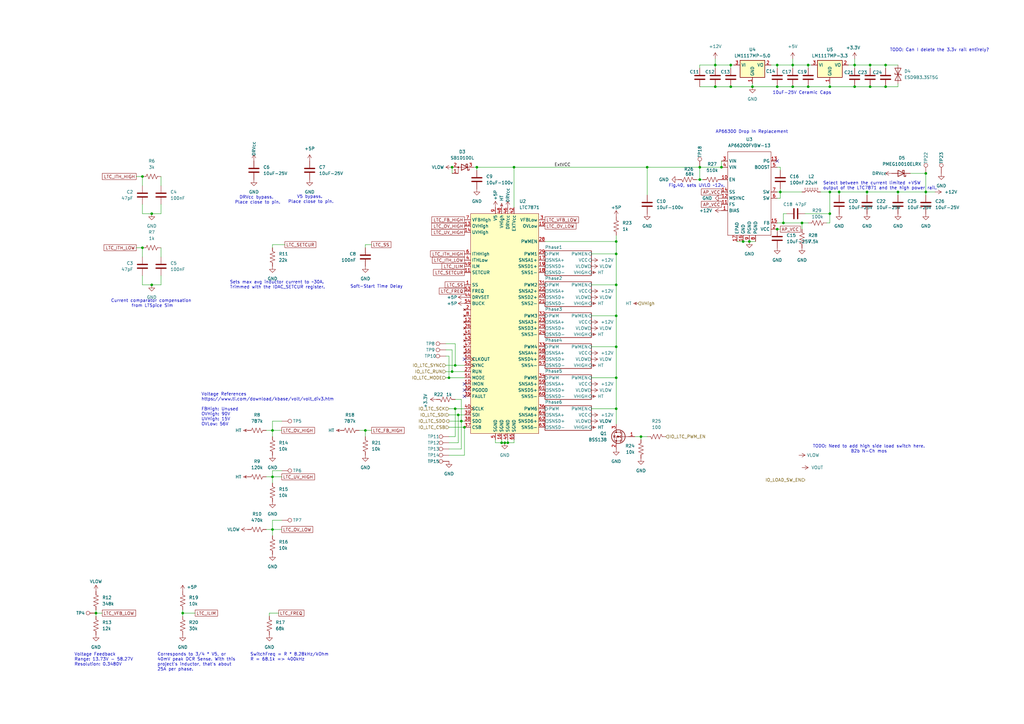
<source format=kicad_sch>
(kicad_sch (version 20231120) (generator "eeschema") (generator_version "8.0")
  (paper "A3")
  (junction (at 62.23 116.84))
  (junction (at 265.43 68.58))
  (junction (at 111.76 195.58))
  (junction (at 74.93 251.46))
  (junction (at 340.36 35.56))
  (junction (at 379.73 71.12))
  (junction (at 295.91 68.58))
  (junction (at 331.47 35.56))
  (junction (at 252.73 129.54))
  (junction (at 318.77 26.67))
  (junction (at 350.52 35.56))
  (junction (at 252.73 104.14))
  (junction (at 195.58 68.58))
  (junction (at 187.96 170.18))
  (junction (at 186.69 149.86))
  (junction (at 355.6 78.74))
  (junction (at 287.02 73.66))
  (junction (at 321.31 91.44))
  (junction (at 58.42 72.39))
  (junction (at 149.86 176.53))
  (junction (at 185.42 68.58))
  (junction (at 308.61 35.56))
  (junction (at 293.37 35.56))
  (junction (at 262.89 179.07))
  (junction (at 356.87 35.56))
  (junction (at 252.73 99.06))
  (junction (at 344.17 78.74))
  (junction (at 207.01 181.61))
  (junction (at 62.23 87.63))
  (junction (at 318.77 35.56))
  (junction (at 185.42 152.4))
  (junction (at 58.42 101.6))
  (junction (at 287.02 68.58))
  (junction (at 363.22 26.67))
  (junction (at 325.12 26.67))
  (junction (at 328.93 91.44))
  (junction (at 190.5 175.26))
  (junction (at 189.23 172.72))
  (junction (at 208.28 181.61))
  (junction (at 186.69 167.64))
  (junction (at 252.73 154.94))
  (junction (at 205.74 181.61))
  (junction (at 252.73 142.24))
  (junction (at 252.73 116.84))
  (junction (at 363.22 35.56))
  (junction (at 299.72 26.67))
  (junction (at 299.72 35.56))
  (junction (at 325.12 35.56))
  (junction (at 320.04 78.74))
  (junction (at 350.52 26.67))
  (junction (at 340.36 78.74))
  (junction (at 304.8 99.06))
  (junction (at 368.3 78.74))
  (junction (at 340.36 87.63))
  (junction (at 111.76 176.53))
  (junction (at 331.47 26.67))
  (junction (at 318.77 93.98))
  (junction (at 252.73 167.64))
  (junction (at 111.76 217.17))
  (junction (at 356.87 26.67))
  (junction (at 307.34 99.06))
  (junction (at 379.73 78.74))
  (junction (at 293.37 26.67))
  (junction (at 210.82 68.58))
  (junction (at 184.15 154.94))
  (junction (at 39.37 251.46))
  (no_connect (at 190.5 160.02))
  (no_connect (at 190.5 157.48))
  (no_connect (at 190.5 162.56))
  (no_connect (at 318.77 66.04))
  (no_connect (at 190.5 147.32))
  (wire (pts (xy 184.15 146.05) (xy 184.15 154.94)))
  (wire (pts (xy 58.42 76.2) (xy 58.42 72.39)))
  (wire (pts (xy 331.47 35.56) (xy 340.36 35.56)))
  (wire (pts (xy 203.2 180.34) (xy 203.2 181.61)))
  (wire (pts (xy 110.49 252.73) (xy 110.49 251.46)))
  (wire (pts (xy 340.36 91.44) (xy 339.09 91.44)))
  (wire (pts (xy 39.37 250.19) (xy 39.37 251.46)))
  (wire (pts (xy 356.87 26.67) (xy 363.22 26.67)))
  (wire (pts (xy 111.76 172.72) (xy 111.76 176.53)))
  (wire (pts (xy 111.76 100.33) (xy 111.76 101.6)))
  (wire (pts (xy 262.89 179.07) (xy 262.89 180.34)))
  (wire (pts (xy 111.76 195.58) (xy 115.57 195.58)))
  (wire (pts (xy 262.89 179.07) (xy 260.35 179.07)))
  (wire (pts (xy 111.76 176.53) (xy 111.76 179.07)))
  (wire (pts (xy 187.96 170.18) (xy 190.5 170.18)))
  (wire (pts (xy 109.22 217.17) (xy 111.76 217.17)))
  (wire (pts (xy 111.76 100.33) (xy 116.84 100.33)))
  (wire (pts (xy 350.52 24.13) (xy 350.52 26.67)))
  (wire (pts (xy 325.12 26.67) (xy 331.47 26.67)))
  (wire (pts (xy 58.42 105.41) (xy 58.42 101.6)))
  (wire (pts (xy 340.36 87.63) (xy 340.36 91.44)))
  (wire (pts (xy 285.75 73.66) (xy 287.02 73.66)))
  (wire (pts (xy 189.23 172.72) (xy 190.5 172.72)))
  (wire (pts (xy 299.72 26.67) (xy 300.99 26.67)))
  (wire (pts (xy 373.38 71.12) (xy 379.73 71.12)))
  (wire (pts (xy 184.15 179.07) (xy 186.69 179.07)))
  (wire (pts (xy 184.15 154.94) (xy 190.5 154.94)))
  (wire (pts (xy 318.77 26.67) (xy 325.12 26.67)))
  (wire (pts (xy 295.91 66.04) (xy 295.91 68.58)))
  (wire (pts (xy 149.86 100.33) (xy 149.86 101.6)))
  (wire (pts (xy 368.3 78.74) (xy 379.73 78.74)))
  (wire (pts (xy 242.57 116.84) (xy 252.73 116.84)))
  (wire (pts (xy 210.82 68.58) (xy 195.58 68.58)))
  (wire (pts (xy 295.91 68.58) (xy 287.02 68.58)))
  (wire (pts (xy 379.73 80.01) (xy 379.73 78.74)))
  (wire (pts (xy 223.52 99.06) (xy 252.73 99.06)))
  (wire (pts (xy 252.73 99.06) (xy 252.73 96.52)))
  (wire (pts (xy 299.72 27.94) (xy 299.72 26.67)))
  (wire (pts (xy 316.23 26.67) (xy 318.77 26.67)))
  (wire (pts (xy 287.02 35.56) (xy 293.37 35.56)))
  (wire (pts (xy 58.42 113.03) (xy 58.42 116.84)))
  (wire (pts (xy 184.15 175.26) (xy 190.5 175.26)))
  (wire (pts (xy 340.36 35.56) (xy 350.52 35.56)))
  (wire (pts (xy 149.86 176.53) (xy 149.86 179.07)))
  (wire (pts (xy 379.73 78.74) (xy 383.54 78.74)))
  (wire (pts (xy 344.17 78.74) (xy 340.36 78.74)))
  (wire (pts (xy 308.61 34.29) (xy 308.61 35.56)))
  (wire (pts (xy 242.57 104.14) (xy 252.73 104.14)))
  (wire (pts (xy 340.36 78.74) (xy 340.36 87.63)))
  (wire (pts (xy 184.15 181.61) (xy 187.96 181.61)))
  (wire (pts (xy 368.3 35.56) (xy 363.22 35.56)))
  (wire (pts (xy 328.93 91.44) (xy 328.93 93.98)))
  (wire (pts (xy 186.69 163.83) (xy 189.23 163.83)))
  (wire (pts (xy 182.88 146.05) (xy 184.15 146.05)))
  (wire (pts (xy 190.5 186.69) (xy 190.5 175.26)))
  (wire (pts (xy 55.88 72.39) (xy 58.42 72.39)))
  (wire (pts (xy 184.15 186.69) (xy 190.5 186.69)))
  (wire (pts (xy 340.36 34.29) (xy 340.36 35.56)))
  (wire (pts (xy 210.82 68.58) (xy 265.43 68.58)))
  (wire (pts (xy 58.42 116.84) (xy 62.23 116.84)))
  (wire (pts (xy 149.86 100.33) (xy 152.4 100.33)))
  (wire (pts (xy 287.02 68.58) (xy 287.02 73.66)))
  (wire (pts (xy 320.04 78.74) (xy 318.77 78.74)))
  (wire (pts (xy 74.93 250.19) (xy 74.93 251.46)))
  (wire (pts (xy 321.31 87.63) (xy 321.31 91.44)))
  (wire (pts (xy 242.57 167.64) (xy 252.73 167.64)))
  (wire (pts (xy 111.76 213.36) (xy 111.76 217.17)))
  (wire (pts (xy 185.42 68.58) (xy 185.42 71.12)))
  (wire (pts (xy 210.82 85.09) (xy 210.82 68.58)))
  (wire (pts (xy 325.12 24.13) (xy 325.12 26.67)))
  (wire (pts (xy 302.26 99.06) (xy 304.8 99.06)))
  (wire (pts (xy 115.57 193.04) (xy 111.76 193.04)))
  (wire (pts (xy 39.37 251.46) (xy 39.37 252.73)))
  (wire (pts (xy 115.57 172.72) (xy 111.76 172.72)))
  (wire (pts (xy 111.76 195.58) (xy 111.76 198.12)))
  (wire (pts (xy 208.28 180.34) (xy 208.28 181.61)))
  (wire (pts (xy 66.04 113.03) (xy 66.04 116.84)))
  (wire (pts (xy 331.47 26.67) (xy 331.47 27.94)))
  (wire (pts (xy 308.61 35.56) (xy 318.77 35.56)))
  (wire (pts (xy 320.04 68.58) (xy 318.77 68.58)))
  (wire (pts (xy 320.04 81.28) (xy 320.04 78.74)))
  (wire (pts (xy 205.74 180.34) (xy 205.74 181.61)))
  (wire (pts (xy 363.22 27.94) (xy 363.22 26.67)))
  (wire (pts (xy 344.17 78.74) (xy 355.6 78.74)))
  (wire (pts (xy 265.43 68.58) (xy 265.43 80.01)))
  (wire (pts (xy 320.04 69.85) (xy 320.04 68.58)))
  (wire (pts (xy 321.31 91.44) (xy 328.93 91.44)))
  (wire (pts (xy 318.77 81.28) (xy 320.04 81.28)))
  (wire (pts (xy 186.69 167.64) (xy 190.5 167.64)))
  (wire (pts (xy 325.12 26.67) (xy 325.12 27.94)))
  (wire (pts (xy 287.02 73.66) (xy 288.29 73.66)))
  (wire (pts (xy 184.15 184.15) (xy 189.23 184.15)))
  (wire (pts (xy 307.34 99.06) (xy 309.88 99.06)))
  (wire (pts (xy 356.87 26.67) (xy 356.87 27.94)))
  (wire (pts (xy 322.58 87.63) (xy 321.31 87.63)))
  (wire (pts (xy 210.82 181.61) (xy 208.28 181.61)))
  (wire (pts (xy 252.73 167.64) (xy 252.73 154.94)))
  (wire (pts (xy 149.86 176.53) (xy 152.4 176.53)))
  (wire (pts (xy 293.37 35.56) (xy 299.72 35.56)))
  (wire (pts (xy 293.37 26.67) (xy 293.37 27.94)))
  (wire (pts (xy 350.52 26.67) (xy 356.87 26.67)))
  (wire (pts (xy 203.2 181.61) (xy 205.74 181.61)))
  (wire (pts (xy 185.42 143.51) (xy 185.42 152.4)))
  (wire (pts (xy 111.76 193.04) (xy 111.76 195.58)))
  (wire (pts (xy 186.69 149.86) (xy 190.5 149.86)))
  (wire (pts (xy 356.87 35.56) (xy 363.22 35.56)))
  (wire (pts (xy 242.57 129.54) (xy 252.73 129.54)))
  (wire (pts (xy 205.74 181.61) (xy 207.01 181.61)))
  (wire (pts (xy 182.88 140.97) (xy 186.69 140.97)))
  (wire (pts (xy 293.37 26.67) (xy 299.72 26.67)))
  (wire (pts (xy 39.37 251.46) (xy 41.91 251.46)))
  (wire (pts (xy 66.04 72.39) (xy 66.04 76.2)))
  (wire (pts (xy 182.88 152.4) (xy 185.42 152.4)))
  (wire (pts (xy 58.42 87.63) (xy 62.23 87.63)))
  (wire (pts (xy 328.93 91.44) (xy 331.47 91.44)))
  (wire (pts (xy 186.69 167.64) (xy 186.69 179.07)))
  (wire (pts (xy 363.22 26.67) (xy 368.3 26.67)))
  (wire (pts (xy 110.49 251.46) (xy 114.3 251.46)))
  (wire (pts (xy 195.58 68.58) (xy 195.58 69.85)))
  (wire (pts (xy 109.22 176.53) (xy 111.76 176.53)))
  (wire (pts (xy 182.88 149.86) (xy 186.69 149.86)))
  (wire (pts (xy 182.88 143.51) (xy 185.42 143.51)))
  (wire (pts (xy 325.12 35.56) (xy 331.47 35.56)))
  (wire (pts (xy 62.23 87.63) (xy 66.04 87.63)))
  (wire (pts (xy 62.23 116.84) (xy 66.04 116.84)))
  (wire (pts (xy 368.3 34.29) (xy 368.3 35.56)))
  (wire (pts (xy 109.22 195.58) (xy 111.76 195.58)))
  (wire (pts (xy 147.32 176.53) (xy 149.86 176.53)))
  (wire (pts (xy 66.04 101.6) (xy 66.04 105.41)))
  (wire (pts (xy 265.43 179.07) (xy 262.89 179.07)))
  (wire (pts (xy 210.82 180.34) (xy 210.82 181.61)))
  (wire (pts (xy 330.2 87.63) (xy 340.36 87.63)))
  (wire (pts (xy 320.04 78.74) (xy 328.93 78.74)))
  (wire (pts (xy 66.04 83.82) (xy 66.04 87.63)))
  (wire (pts (xy 252.73 142.24) (xy 252.73 129.54)))
  (wire (pts (xy 318.77 93.98) (xy 320.04 93.98)))
  (wire (pts (xy 287.02 26.67) (xy 287.02 27.94)))
  (wire (pts (xy 185.42 152.4) (xy 190.5 152.4)))
  (wire (pts (xy 331.47 26.67) (xy 332.74 26.67)))
  (wire (pts (xy 318.77 91.44) (xy 321.31 91.44)))
  (wire (pts (xy 350.52 26.67) (xy 350.52 27.94)))
  (wire (pts (xy 184.15 170.18) (xy 187.96 170.18)))
  (wire (pts (xy 186.69 140.97) (xy 186.69 149.86)))
  (wire (pts (xy 379.73 71.12) (xy 379.73 78.74)))
  (wire (pts (xy 208.28 181.61) (xy 207.01 181.61)))
  (wire (pts (xy 182.88 154.94) (xy 184.15 154.94)))
  (wire (pts (xy 242.57 154.94) (xy 252.73 154.94)))
  (wire (pts (xy 350.52 35.56) (xy 356.87 35.56)))
  (wire (pts (xy 111.76 217.17) (xy 115.57 217.17)))
  (wire (pts (xy 368.3 78.74) (xy 355.6 78.74)))
  (wire (pts (xy 252.73 104.14) (xy 252.73 99.06)))
  (wire (pts (xy 304.8 99.06) (xy 307.34 99.06)))
  (wire (pts (xy 111.76 176.53) (xy 115.57 176.53)))
  (wire (pts (xy 55.88 101.6) (xy 58.42 101.6)))
  (wire (pts (xy 318.77 35.56) (xy 325.12 35.56)))
  (wire (pts (xy 320.04 77.47) (xy 320.04 78.74)))
  (wire (pts (xy 252.73 104.14) (xy 252.73 116.84)))
  (wire (pts (xy 318.77 26.67) (xy 318.77 27.94)))
  (wire (pts (xy 189.23 163.83) (xy 189.23 172.72)))
  (wire (pts (xy 355.6 78.74) (xy 355.6 80.01)))
  (wire (pts (xy 111.76 217.17) (xy 111.76 219.71)))
  (wire (pts (xy 293.37 24.13) (xy 293.37 26.67)))
  (wire (pts (xy 58.42 83.82) (xy 58.42 87.63)))
  (wire (pts (xy 115.57 213.36) (xy 111.76 213.36)))
  (wire (pts (xy 344.17 80.01) (xy 344.17 78.74)))
  (wire (pts (xy 187.96 181.61) (xy 187.96 170.18)))
  (wire (pts (xy 252.73 167.64) (xy 252.73 173.99)))
  (wire (pts (xy 242.57 142.24) (xy 252.73 142.24)))
  (wire (pts (xy 368.3 80.01) (xy 368.3 78.74)))
  (wire (pts (xy 265.43 68.58) (xy 287.02 68.58)))
  (wire (pts (xy 299.72 35.56) (xy 308.61 35.56)))
  (wire (pts (xy 189.23 184.15) (xy 189.23 172.72)))
  (wire (pts (xy 184.15 167.64) (xy 186.69 167.64)))
  (wire (pts (xy 252.73 154.94) (xy 252.73 142.24)))
  (wire (pts (xy 287.02 26.67) (xy 293.37 26.67)))
  (wire (pts (xy 252.73 116.84) (xy 252.73 129.54)))
  (wire (pts (xy 194.31 68.58) (xy 195.58 68.58)))
  (wire (pts (xy 184.15 172.72) (xy 189.23 172.72)))
  (wire (pts (xy 74.93 251.46) (xy 80.01 251.46)))
  (wire (pts (xy 347.98 26.67) (xy 350.52 26.67)))
  (wire (pts (xy 336.55 78.74) (xy 340.36 78.74)))
  (wire (pts (xy 74.93 251.46) (xy 74.93 252.73)))
  (text "SwitchFreq = R * 8.28kHz/kOhm\nR = 68.1k => 400kHz" (at 102.616 269.494 0) (effects (font (size 1.27 1.27)) (justify left)))
  (text "Fig.40, sets UVLO ~12v." (at 285.75 76.2 0) (effects (font (size 1.27 1.27))))
  (text "V5 bypass. \nPlace close to pin." (at 127.508 81.788 0) (effects (font (size 1.27 1.27))))
  (text "Sets max avg inductor current to ~30A. \nTrimmed with the IDAC_SETCUR register." (at 94.234 116.84 0) (effects (font (size 1.27 1.27)) (justify left)))
  (text "Corresponds to 3/4 * V5, or \n40mV peak DCR Sense. With this\nproject's inductor, that's about\n25A per phase." (at 64.516 271.526 0) (effects (font (size 1.27 1.27)) (justify left)))
  (text "TODO: Need to add high side load switch here.\nB2b N-Ch mos" (at 356.362 184.15 0) (effects (font (size 1.27 1.27))))
  (text "TODO: Can I delete the 3.3v rail entirely?" (at 385.318 20.574 0) (effects (font (size 1.27 1.27))))
  (text "10uF-25V Ceramic Caps" (at 328.93 38.1 0) (effects (font (size 1.27 1.27))))
  (text "Select between the current limited +VSW \noutput of the LTC7871 and the high power rail." (at 337.566 76.2 0) (effects (font (size 1.27 1.27)) (justify left)))
  (text "Voltage Feedback \nRange: 13.73V - 58.27V\nResolution: 0.3480V" (at 30.48 270.51 0) (effects (font (size 1.27 1.27)) (justify left)))
  (text "Current comparator compensation \nfrom LTSpice Sim" (at 62.484 124.46 0) (effects (font (size 1.27 1.27))))
  (text "Soft-Start Time Delay" (at 154.432 117.602 0) (effects (font (size 1.27 1.27))))
  (text "AP66300 Drop In Replacement" (at 308.356 54.102 0) (effects (font (size 1.27 1.27))))
  (text "Voltage References\nhttps://www.ti.com/download/kbase/volt/volt_div3.htm\n\nFBHigh: Unused\nOVHigh: 90V\nUVHigh: 15V\nOVLow: 56V" (at 82.55 167.894 0) (effects (font (size 1.27 1.27)) (justify left)))
  (text "DRVcc bypass. \nPlace close to pin." (at 105.664 82.042 0) (effects (font (size 1.27 1.27))))
  (label "ExtVCC" (at 227.33 68.58 0))
  (global_label "LTC_OV_HIGH" (shape passive) (at 190.5 92.71 180) (property "Intersheetrefs" "${INTERSHEET_REFS}" (effects (hide yes))))
  (global_label "LTC_FREQ" (shape passive) (at 114.3 251.46 0) (property "Intersheetrefs" "${INTERSHEET_REFS}" (effects (hide yes))))
  (global_label "AP_VCC" (shape passive) (at 295.91 83.82 180) (property "Intersheetrefs" "${INTERSHEET_REFS}" (effects (hide yes))))
  (global_label "LTC_OV_LOW" (shape passive) (at 223.52 92.71 0) (property "Intersheetrefs" "${INTERSHEET_REFS}" (effects (hide yes))))
  (global_label "LTC_OV_HIGH" (shape passive) (at 115.57 176.53 0) (property "Intersheetrefs" "${INTERSHEET_REFS}" (effects (hide yes))))
  (global_label "LTC_SS" (shape passive) (at 152.4 100.33 0) (property "Intersheetrefs" "${INTERSHEET_REFS}" (effects (hide yes))))
  (global_label "LTC_ITH_HIGH" (shape passive) (at 55.88 72.39 180) (property "Intersheetrefs" "${INTERSHEET_REFS}" (effects (hide yes))))
  (global_label "AP_VCC" (shape passive) (at 320.04 93.98 0) (property "Intersheetrefs" "${INTERSHEET_REFS}" (effects (hide yes))))
  (global_label "LTC_SS" (shape passive) (at 190.5 116.84 180) (property "Intersheetrefs" "${INTERSHEET_REFS}" (effects (hide yes))))
  (global_label "LTC_ILIM" (shape passive) (at 190.5 109.22 180) (property "Intersheetrefs" "${INTERSHEET_REFS}" (effects (hide yes))))
  (global_label "LTC_UV_HIGH" (shape passive) (at 190.5 95.25 180) (property "Intersheetrefs" "${INTERSHEET_REFS}" (effects (hide yes))))
  (global_label "AP_VCC" (shape passive) (at 295.91 78.74 180) (property "Intersheetrefs" "${INTERSHEET_REFS}" (effects (hide yes))))
  (global_label "LTC_ILIM" (shape passive) (at 80.01 251.46 0) (property "Intersheetrefs" "${INTERSHEET_REFS}" (effects (hide yes))))
  (global_label "LTC_FB_HIGH" (shape passive) (at 190.5 90.17 180) (property "Intersheetrefs" "${INTERSHEET_REFS}" (effects (hide yes))))
  (global_label "LTC_VFB_LOW" (shape passive) (at 41.91 251.46 0) (property "Intersheetrefs" "${INTERSHEET_REFS}" (effects (hide yes))))
  (global_label "LTC_SETCUR" (shape passive) (at 116.84 100.33 0) (property "Intersheetrefs" "${INTERSHEET_REFS}" (effects (hide yes))))
  (global_label "LTC_ITH_LOW" (shape passive) (at 190.5 106.68 180) (property "Intersheetrefs" "${INTERSHEET_REFS}" (effects (hide yes))))
  (global_label "LTC_SETCUR" (shape passive) (at 190.5 111.76 180) (property "Intersheetrefs" "${INTERSHEET_REFS}" (effects (hide yes))))
  (global_label "LTC_OV_LOW" (shape passive) (at 115.57 217.17 0) (property "Intersheetrefs" "${INTERSHEET_REFS}" (effects (hide yes))))
  (global_label "LTC_FB_HIGH" (shape passive) (at 152.4 176.53 0) (property "Intersheetrefs" "${INTERSHEET_REFS}" (effects (hide yes))))
  (global_label "LTC_ITH_LOW" (shape passive) (at 55.88 101.6 180) (property "Intersheetrefs" "${INTERSHEET_REFS}" (effects (hide yes))))
  (global_label "LTC_FREQ" (shape passive) (at 190.5 119.38 180) (property "Intersheetrefs" "${INTERSHEET_REFS}" (effects (hide yes))))
  (global_label "LTC_VFB_LOW" (shape passive) (at 223.52 90.17 0) (property "Intersheetrefs" "${INTERSHEET_REFS}" (effects (hide yes))))
  (global_label "LTC_UV_HIGH" (shape passive) (at 115.57 195.58 0) (property "Intersheetrefs" "${INTERSHEET_REFS}" (effects (hide yes))))
  (global_label "LTC_ITH_HIGH" (shape passive) (at 190.5 104.14 180) (property "Intersheetrefs" "${INTERSHEET_REFS}" (effects (hide yes))))
  (hierarchical_label "IO_LTC_PWM_EN" (shape input) (at 273.05 179.07 0))
  (hierarchical_label "IO_LTC_MODE" (shape input) (at 182.88 154.94 180))
  (hierarchical_label "IO_LTC_SCK" (shape input) (at 184.15 167.64 180))
  (hierarchical_label "IO_LTC_RUN" (shape input) (at 182.88 152.4 180))
  (hierarchical_label "IO_LTC_SYNC" (shape input) (at 182.88 149.86 180))
  (hierarchical_label "IO_LTC_SDO" (shape output) (at 184.15 172.72 180))
  (hierarchical_label "IO_LTC_CSB" (shape input) (at 184.15 175.26 180))
  (hierarchical_label "IO_LTC_SDI" (shape input) (at 184.15 170.18 180))
  (hierarchical_label "VHigh" (shape input) (at 261.62 124.46 0))
  (hierarchical_label "IO_LOAD_SW_EN" (shape input) (at 330.2 196.85 180))
  (symbol (lib_id "power:+3.3VP") (at 350.52 24.13 0) (unit 1)
    (property "Reference" "#PWR083" (effects (hide yes)))
    (property "Value" "+3.3V" (at 346.964 19.558 0) (effects (justify left)))
    (property "Description" "Power symbol creates a global label with name \"+3.3VP\"" (effects (hide yes)))
  )
  (symbol (lib_id "Device:R_US") (at 39.37 246.38 180) (unit 1)
    (property "Reference" "R12" (at 41.91 245.1099 0) (effects (justify right)))
    (property "Value" "348k" (at 41.91 247.6499 0) (effects (justify right)))
    (property "Footprint" "Resistor_SMD:R_0603_1608Metric" (effects (hide yes)))
    (property "Description" "Resistor, US symbol" (effects (hide yes)))
    (property "LCSC" "C23006" (effects (hide yes)))
    (property "Digikey" "N/A" (effects (hide yes)))
  )
  (symbol (lib_id "power:GND") (at 278.13 73.66 270) (unit 1)
    (property "Reference" "#PWR074" (effects (hide yes)))
    (property "Value" "GND" (at 274.32 73.6599 90) (effects (justify right)))
    (property "Description" "Power symbol creates a global label with name \"GND\" , ground" (effects (hide yes)))
  )
  (symbol (lib_id "power:HT") (at 139.7 176.53 90) (unit 1)
    (property "Reference" "#PWR034" (effects (hide yes)))
    (property "Value" "HT" (at 135.89 176.53 90))
    (property "Description" "Power symbol creates a global label with name \"HT\"" (effects (hide yes)))
  )
  (symbol (lib_id "Device:R_US") (at 111.76 105.41 180) (unit 1)
    (property "Reference" "R11" (at 114.3 104.1399 0) (effects (justify right)))
    (property "Value" "22k" (at 114.3 106.6799 0) (effects (justify right)))
    (property "Footprint" "Resistor_SMD:R_0603_1608Metric" (effects (hide yes)))
    (property "Description" "Resistor, US symbol" (effects (hide yes)))
    (property "LCSC" "C31850" (effects (hide yes)))
    (property "Digikey" "N/A" (effects (hide yes)))
  )
  (symbol (lib_id "power:+12V") (at 383.54 78.74 270) (unit 1)
    (property "Reference" "#PWR088" (effects (hide yes)))
    (property "Value" "+12V" (at 387.35 78.7399 90) (effects (justify left)))
    (property "Description" "Power symbol creates a global label with name \"+12V\"" (effects (hide yes)))
  )
  (symbol (lib_id "Device:R_US") (at 105.41 195.58 90) (unit 1)
    (property "Reference" "R9" (at 105.41 189.23 90))
    (property "Value" "120k" (at 105.41 191.77 90))
    (property "Footprint" "Resistor_SMD:R_0805_2012Metric" (effects (hide yes)))
    (property "Description" "Resistor, US symbol" (effects (hide yes)))
    (property "Digikey" "N/A" (effects (hide yes)))
    (property "LCSC" "C17436" (effects (hide yes)))
  )
  (symbol (lib_id "power:+5V") (at 325.12 24.13 0) (unit 1)
    (property "Reference" "#PWR080" (effects (hide yes)))
    (property "Value" "+5V" (at 325.12 19.05 0))
    (property "Description" "Power symbol creates a global label with name \"+5V\"" (effects (hide yes)))
  )
  (symbol (lib_id "Connector:TestPoint") (at 184.15 189.23 90) (unit 1)
    (property "Reference" "TP15" (at 177.8 189.23 90))
    (property "Value" "TestPoint" (effects (hide yes)))
    (property "Footprint" "TestPoint:TestPoint_Pad_D1.0mm" (effects (hide yes)))
    (property "Description" "test point" (effects (hide yes)))
    (property "LCSC" "N/A" (effects (hide yes)))
  )
  (symbol (lib_id "Device:C") (at 356.87 31.75 0) (unit 1)
    (property "Reference" "C23" (at 351.79 29.718 0) (effects (justify left)))
    (property "Value" "10uF-25V" (effects (hide yes)))
    (property "Footprint" "Capacitor_SMD:C_0603_1608Metric" (effects (hide yes)))
    (property "Description" "Unpolarized capacitor" (effects (hide yes)))
    (property "Digikey" "N/A" (effects (hide yes)))
    (property "LCSC" "C96446" (effects (hide yes)))
  )
  (symbol (lib_id "power:+VSW") (at 365.76 71.12 90) (unit 1)
    (property "Reference" "#PWR085" (effects (hide yes)))
    (property "Value" "DRVcc" (at 360.68 71.12 90))
    (property "Description" "Power symbol creates a global label with name \"+VSW\"" (effects (hide yes)))
  )
  (symbol (lib_id "Device:L_Ferrite") (at 332.74 78.74 90) (unit 1)
    (property "Reference" "L2" (at 332.74 72.39 90))
    (property "Value" "22uH" (at 332.74 74.93 90))
    (property "Footprint" "Inductor_SMD:L_Wuerth_HCI-1040" (effects (hide yes)))
    (property "Description" "Inductor with ferrite core" (effects (hide yes)))
    (property "Digikey" "N/A" (effects (hide yes)))
    (property "LCSC" "C182173" (effects (hide yes)))
  )
  (symbol (lib_id "power:GND") (at 308.61 35.56 0) (unit 1)
    (property "Reference" "#PWR078" (effects (hide yes)))
    (property "Value" "GND" (at 308.61 40.64 0))
    (property "Description" "Power symbol creates a global label with name \"GND\" , ground" (effects (hide yes)))
  )
  (symbol (lib_id "Device:C") (at 379.73 83.82 0) (unit 1)
    (property "Reference" "C26" (at 383.54 82.5499 0) (effects (justify left)))
    (property "Value" "10uF-25V" (at 383.54 85.0899 0) (effects (justify left)))
    (property "Footprint" "Capacitor_SMD:C_0603_1608Metric" (effects (hide yes)))
    (property "Description" "Unpolarized capacitor" (effects (hide yes)))
    (property "Digikey" "N/A" (effects (hide yes)))
    (property "LCSC" "C96446" (effects (hide yes)))
  )
  (symbol (lib_id "Device:R_US") (at 62.23 72.39 270) (unit 1)
    (property "Reference" "R6" (at 62.23 66.04 90))
    (property "Value" "3k" (at 62.23 68.58 90))
    (property "Footprint" "Resistor_SMD:R_0603_1608Metric" (effects (hide yes)))
    (property "Description" "Resistor, US symbol" (effects (hide yes)))
    (property "Digikey" "N/A" (effects (hide yes)))
    (property "LCSC" "C4211" (effects (hide yes)))
  )
  (symbol (lib_id "ltc7871:LTC7871xLWE#xPBF") (at 193.04 87.63 0) (unit 1)
    (property "Reference" "U2" (at 213.0141 82.55 0) (effects (justify left)))
    (property "Value" "LTC7871" (at 213.0141 85.09 0) (effects (justify left)))
    (property "Footprint" "Package_QFP:LQFP-64-1EP_10x10mm_P0.5mm_EP6.5x6.5mm" (effects (hide yes)))
    (property "Datasheet" "https://www.analog.com/media/en/technical-documentation/data-sheets/ltc7871.pdf" (effects (hide yes)))
    (property "Description" "Six-Phase Synchronous Bidirectional Buck or Boost Controller" (effects (hide yes)))
    (property "Digikey" "505-LTC7871ELWE#PBF-ND" (effects (hide yes)))
    (property "LCSC" "C690288" (effects (hide yes)))
  )
  (symbol (lib_id "Device:R_US") (at 105.41 176.53 90) (unit 1)
    (property "Reference" "R8" (at 105.41 170.18 90))
    (property "Value" "787k" (at 105.41 172.72 90))
    (property "Footprint" "Resistor_SMD:R_0805_2012Metric" (effects (hide yes)))
    (property "Description" "Resistor, US symbol" (effects (hide yes)))
    (property "Digikey" "P787KHCT-ND" (effects (hide yes)))
    (property "LCSC" "C2933500" (effects (hide yes)))
  )
  (symbol (lib_id "power:GND") (at 111.76 109.22 0) (unit 1)
    (property "Reference" "#PWR026" (effects (hide yes)))
    (property "Value" "GND" (at 111.76 114.3 0))
    (property "Description" "Power symbol creates a global label with name \"GND\" , ground" (effects (hide yes)))
  )
  (symbol (lib_id "Device:R_US") (at 111.76 182.88 180) (unit 1)
    (property "Reference" "R14" (at 114.3 181.6099 0) (effects (justify right)))
    (property "Value" "10k" (at 114.3 184.1499 0) (effects (justify right)))
    (property "Footprint" "Resistor_SMD:R_0603_1608Metric" (effects (hide yes)))
    (property "Description" "Resistor, US symbol" (effects (hide yes)))
    (property "LCSC" "C25804" (effects (hide yes)))
    (property "Digikey" "N/A" (effects (hide yes)))
  )
  (symbol (lib_id "Device:C") (at 350.52 31.75 0) (unit 1)
    (property "Reference" "C21" (at 346.202 29.718 0) (effects (justify left)))
    (property "Value" "10uF-25V" (effects (hide yes)))
    (property "Footprint" "Capacitor_SMD:C_0603_1608Metric" (effects (hide yes)))
    (property "Description" "Unpolarized capacitor" (effects (hide yes)))
    (property "Digikey" "N/A" (effects (hide yes)))
    (property "LCSC" "C96446" (effects (hide yes)))
  )
  (symbol (lib_id "power:GND") (at 111.76 227.33 0) (unit 1)
    (property "Reference" "#PWR031" (effects (hide yes)))
    (property "Value" "GND" (at 111.76 232.41 0))
    (property "Description" "Power symbol creates a global label with name \"GND\" , ground" (effects (hide yes)))
  )
  (symbol (lib_id "power:VBUS") (at 185.42 68.58 90) (unit 1)
    (property "Reference" "#PWR042" (effects (hide yes)))
    (property "Value" "VLOW" (at 177.038 68.58 90) (effects (justify right)))
    (property "Description" "Power symbol creates a global label with name \"VBUS\"" (effects (hide yes)))
  )
  (symbol (lib_id "Device:C") (at 325.12 31.75 0) (mirror y) (unit 1)
    (property "Reference" "C17" (at 324.612 29.464 0) (effects (justify left)))
    (property "Value" "10uF-25V" (effects (hide yes)))
    (property "Footprint" "Capacitor_SMD:C_0603_1608Metric" (effects (hide yes)))
    (property "Description" "Unpolarized capacitor" (effects (hide yes)))
    (property "Digikey" "N/A" (effects (hide yes)))
    (property "LCSC" "C96446" (effects (hide yes)))
  )
  (symbol (lib_id "Device:C") (at 355.6 83.82 0) (unit 1)
    (property "Reference" "C22" (at 359.41 82.5499 0) (effects (justify left)))
    (property "Value" "10uF-25V" (at 359.41 85.0899 0) (effects (justify left)))
    (property "Footprint" "Capacitor_SMD:C_0603_1608Metric" (effects (hide yes)))
    (property "Description" "Unpolarized capacitor" (effects (hide yes)))
    (property "Digikey" "N/A" (effects (hide yes)))
    (property "LCSC" "C96446" (effects (hide yes)))
  )
  (symbol (lib_id "Device:R_US") (at 149.86 182.88 180) (unit 1)
    (property "Reference" "R21" (at 152.4 181.6099 0) (effects (justify right)))
    (property "Value" "10k" (at 152.4 184.1499 0) (effects (justify right)))
    (property "Footprint" "Resistor_SMD:R_0603_1608Metric" (effects (hide yes)))
    (property "Description" "Resistor, US symbol" (effects (hide yes)))
    (property "LCSC" "C25804" (effects (hide yes)))
    (property "Digikey" "N/A" (effects (hide yes)))
  )
  (symbol (lib_id "power:GND") (at 318.77 101.6 0) (unit 1)
    (property "Reference" "#PWR079" (effects (hide yes)))
    (property "Value" "GND" (at 318.77 106.68 0))
    (property "Description" "Power symbol creates a global label with name \"GND\" , ground" (effects (hide yes)))
  )
  (symbol (lib_id "Device:R_US") (at 143.51 176.53 90) (unit 1)
    (property "Reference" "R18" (at 143.51 170.18 90))
    (property "Value" "787k" (at 143.51 172.72 90))
    (property "Footprint" "Resistor_SMD:R_0805_2012Metric" (effects (hide yes)))
    (property "Description" "Resistor, US symbol" (effects (hide yes)))
    (property "Digikey" "P787KHCT-ND" (effects (hide yes)))
    (property "LCSC" "C2933500" (effects (hide yes)))
  )
  (symbol (lib_id "power:GND") (at 307.34 99.06 0) (unit 1)
    (property "Reference" "#PWR077" (effects (hide yes)))
    (property "Value" "GND" (at 307.34 104.14 0))
    (property "Description" "Power symbol creates a global label with name \"GND\" , ground" (effects (hide yes)))
  )
  (symbol (lib_id "power:GND") (at 110.49 260.35 0) (unit 1)
    (property "Reference" "#PWR035" (effects (hide yes)))
    (property "Value" "GND" (at 110.49 265.43 0))
    (property "Description" "Power symbol creates a global label with name \"GND\" , ground" (effects (hide yes)))
  )
  (symbol (lib_id "Device:R_US") (at 105.41 217.17 90) (unit 1)
    (property "Reference" "R10" (at 105.41 210.82 90))
    (property "Value" "470k" (at 105.41 213.36 90))
    (property "Footprint" "Resistor_SMD:R_0805_2012Metric" (effects (hide yes)))
    (property "Description" "Resistor, US symbol" (effects (hide yes)))
    (property "LCSC" "C17709" (effects (hide yes)))
    (property "Digikey" "N/A" (effects (hide yes)))
  )
  (symbol (lib_id "power:+12V") (at 242.57 106.68 270) (unit 1)
    (property "Reference" "#PWR051" (effects (hide yes)))
    (property "Value" "+12V" (at 246.38 106.6799 90) (effects (justify left)))
    (property "Description" "Power symbol creates a global label with name \"+12V\"" (effects (hide yes)))
  )
  (symbol (lib_id "power:GND") (at 368.3 87.63 0) (unit 1)
    (property "Reference" "#PWR086" (effects (hide yes)))
    (property "Value" "GND" (at 368.3 92.71 0))
    (property "Description" "Power symbol creates a global label with name \"GND\" , ground" (effects (hide yes)))
  )
  (symbol (lib_id "Device:C") (at 58.42 109.22 0) (mirror y) (unit 1)
    (property "Reference" "C3" (at 54.61 107.9499 0) (effects (justify left)))
    (property "Value" "47pF" (at 54.61 110.4899 0) (effects (justify left)))
    (property "Footprint" "Capacitor_SMD:C_0603_1608Metric" (effects (hide yes)))
    (property "Description" "Unpolarized capacitor" (effects (hide yes)))
    (property "LCSC" "C1671" (effects (hide yes)))
    (property "Digikey" "N/A" (effects (hide yes)))
  )
  (symbol (lib_id "Diode:ESD9B3.3ST5G") (at 368.3 30.48 90) (unit 1)
    (property "Reference" "D4" (at 370.84 29.2099 90) (effects (justify right)))
    (property "Value" "ESD9B3.3ST5G" (at 370.84 31.7499 90) (effects (justify right)))
    (property "Footprint" "Diode_SMD:D_SOD-923" (effects (hide yes)))
    (property "Datasheet" "https://www.onsemi.com/pub/Collateral/ESD9B-D.PDF" (effects (hide yes)))
    (property "Description" "ESD protection diode, 3.3Vrwm, SOD-923" (effects (hide yes)))
    (property "LCSC" "C96512" (effects (hide yes)))
  )
  (symbol (lib_id "power:GND") (at 111.76 205.74 0) (unit 1)
    (property "Reference" "#PWR030" (effects (hide yes)))
    (property "Value" "GND" (at 111.76 210.82 0))
    (property "Description" "Power symbol creates a global label with name \"GND\" , ground" (effects (hide yes)))
  )
  (symbol (lib_id "ap66200:AP66200FVBW") (at 307.34 78.74 0) (unit 1)
    (property "Reference" "U3" (at 307.34 57.15 0))
    (property "Value" "AP66200FVBW-13" (at 307.34 59.69 0))
    (property "Footprint" "Package_DFN_QFN:QFN-16-1EP_4x4mm_P0.65mm_EP2.5x2.5mm" (effects (hide yes)))
    (property "Datasheet" "https://www.diodes.com/assets/Datasheets/AP66200.pdf" (effects (hide yes)))
    (property "Digikey" "31-AP66200FVBW-13CT-ND" (effects (hide yes)))
    (property "LCSC" "N/A" (effects (hide yes)))
  )
  (symbol (lib_id "Device:C") (at 344.17 83.82 0) (unit 1)
    (property "Reference" "C20" (at 347.98 82.5499 0) (effects (justify left)))
    (property "Value" "10uF-25V" (at 347.98 85.0899 0) (effects (justify left)))
    (property "Footprint" "Capacitor_SMD:C_0603_1608Metric" (effects (hide yes)))
    (property "Description" "Unpolarized capacitor" (effects (hide yes)))
    (property "Digikey" "N/A" (effects (hide yes)))
    (property "LCSC" "C96446" (effects (hide yes)))
  )
  (symbol (lib_id "power:GND") (at 295.91 81.28 270) (unit 1)
    (property "Reference" "#PWR075" (effects (hide yes)))
    (property "Value" "GND" (at 292.1 81.2799 90) (effects (justify right)))
    (property "Description" "Power symbol creates a global label with name \"GND\" , ground" (effects (hide yes)))
  )
  (symbol (lib_id "Device:D_Schottky") (at 369.57 71.12 180) (unit 1)
    (property "Reference" "D5" (at 369.8875 64.77 0))
    (property "Value" "PMEG10010ELRX" (at 369.8875 67.31 0))
    (property "Footprint" "Diode_SMD:D_SOD-123" (effects (hide yes)))
    (property "Description" "Schottky diode" (effects (hide yes)))
    (property "LCSC" "C179426" (effects (hide yes)))
  )
  (symbol (lib_id "Transistor_FET:BSS138") (at 255.27 179.07 0) (mirror y) (unit 1)
    (property "Reference" "Q1" (at 248.92 177.7999 0) (effects (justify left)))
    (property "Value" "BSS138" (at 248.92 180.3399 0) (effects (justify left)))
    (property "Footprint" "Package_TO_SOT_SMD:SOT-23" (effects (hide yes)))
    (property "Datasheet" "https://www.onsemi.com/pub/Collateral/BSS138-D.PDF" (effects (hide yes)))
    (property "Description" "50V Vds, 0.22A Id, N-Channel MOSFET, SOT-23" (effects (hide yes)))
    (property "Digikey" "5272-BSS138CT-ND" (effects (hide yes)))
    (property "LCSC" "C5224260" (effects (hide yes)))
  )
  (symbol (lib_id "Device:C") (at 149.86 105.41 0) (mirror y) (unit 1)
    (property "Reference" "C8" (at 146.05 104.1399 0) (effects (justify left)))
    (property "Value" "100nF" (at 146.05 106.6799 0) (effects (justify left)))
    (property "Footprint" "Capacitor_SMD:C_0603_1608Metric" (effects (hide yes)))
    (property "Description" "Unpolarized capacitor" (effects (hide yes)))
    (property "LCSC" "C14663" (effects (hide yes)))
    (property "Digikey" "N/A" (effects (hide yes)))
  )
  (symbol (lib_id "power:HT") (at 242.57 124.46 270) (unit 1)
    (property "Reference" "#PWR056" (effects (hide yes)))
    (property "Value" "HT" (at 246.38 124.46 90))
    (property "Description" "Power symbol creates a global label with name \"HT\"" (effects (hide yes)))
  )
  (symbol (lib_id "power:GND") (at 386.08 71.12 0) (unit 1)
    (property "Reference" "#PWR089" (effects (hide yes)))
    (property "Value" "GND" (at 386.08 76.2 0))
    (property "Description" "Power symbol creates a global label with name \"GND\" , ground" (effects (hide yes)))
  )
  (symbol (lib_id "Device:C") (at 127 69.85 0) (unit 1)
    (property "Reference" "C7" (at 130.81 68.5799 0) (effects (justify left)))
    (property "Value" "10uF-25V" (at 130.81 71.1199 0) (effects (justify left)))
    (property "Footprint" "Capacitor_SMD:C_0603_1608Metric" (effects (hide yes)))
    (property "Description" "Unpolarized capacitor" (effects (hide yes)))
    (property "Digikey" "N/A" (effects (hide yes)))
    (property "LCSC" "C96446" (effects (hide yes)))
  )
  (symbol (lib_id "Device:R_US") (at 328.93 97.79 0) (unit 1)
    (property "Reference" "R28" (at 331.47 96.5199 0) (effects (justify left)))
    (property "Value" "7.5k" (at 331.47 99.0599 0) (effects (justify left)))
    (property "Footprint" "Resistor_SMD:R_0603_1608Metric" (effects (hide yes)))
    (property "Description" "Resistor, US symbol" (effects (hide yes)))
    (property "LCSC" "C23234" (effects (hide yes)))
    (property "Digikey" "N/A" (effects (hide yes)))
  )
  (symbol (lib_id "power:+5P") (at 252.73 88.9 0) (unit 1)
    (property "Reference" "#PWR069" (effects (hide yes)))
    (property "Value" "+5P" (at 252.73 85.09 0))
    (property "Description" "Power symbol creates a global label with name \"+5P\"" (effects (hide yes)))
  )
  (symbol (lib_id "power:VBUS") (at 101.6 217.17 90) (unit 1)
    (property "Reference" "#PWR023" (effects (hide yes)))
    (property "Value" "VLOW" (at 93.218 217.17 90) (effects (justify right)))
    (property "Description" "Power symbol creates a global label with name \"VBUS\"" (effects (hide yes)))
  )
  (symbol (lib_id "power:GND") (at 379.73 87.63 0) (unit 1)
    (property "Reference" "#PWR087" (effects (hide yes)))
    (property "Value" "GND" (at 379.73 92.71 0))
    (property "Description" "Power symbol creates a global label with name \"GND\" , ground" (effects (hide yes)))
  )
  (symbol (lib_id "Device:C") (at 293.37 31.75 0) (mirror y) (unit 1)
    (property "Reference" "C12" (at 293.116 29.464 0) (effects (justify left)))
    (property "Value" "10uF-25V" (effects (hide yes)))
    (property "Footprint" "Capacitor_SMD:C_0603_1608Metric" (effects (hide yes)))
    (property "Description" "Unpolarized capacitor" (effects (hide yes)))
    (property "Digikey" "N/A" (effects (hide yes)))
    (property "LCSC" "C96446" (effects (hide yes)))
  )
  (symbol (lib_id "Device:C") (at 287.02 31.75 0) (mirror y) (unit 1)
    (property "Reference" "C11" (at 286.766 29.464 0) (effects (justify left)))
    (property "Value" "10uF-25V" (effects (hide yes)))
    (property "Footprint" "Capacitor_SMD:C_0603_1608Metric" (effects (hide yes)))
    (property "Description" "Unpolarized capacitor" (effects (hide yes)))
    (property "Digikey" "N/A" (effects (hide yes)))
    (property "LCSC" "C96446" (effects (hide yes)))
  )
  (symbol (lib_id "power:VBUS") (at 242.57 121.92 270) (unit 1)
    (property "Reference" "#PWR055" (effects (hide yes)))
    (property "Value" "VLOW" (at 250.952 121.92 90) (effects (justify right)))
    (property "Description" "Power symbol creates a global label with name \"VBUS\"" (effects (hide yes)))
  )
  (symbol (lib_id "Device:C") (at 66.04 80.01 0) (unit 1)
    (property "Reference" "C4" (at 69.85 78.7399 0) (effects (justify left)))
    (property "Value" "100nF" (at 69.85 81.2799 0) (effects (justify left)))
    (property "Footprint" "Capacitor_SMD:C_0603_1608Metric" (effects (hide yes)))
    (property "Description" "Unpolarized capacitor" (effects (hide yes)))
    (property "LCSC" "C14663" (effects (hide yes)))
    (property "Digikey" "N/A" (effects (hide yes)))
  )
  (symbol (lib_id "power:HT") (at 205.74 85.09 0) (unit 1)
    (property "Reference" "#PWR047" (effects (hide yes)))
    (property "Value" "HT" (at 205.74 81.28 90))
    (property "Description" "Power symbol creates a global label with name \"HT\"" (effects (hide yes)))
  )
  (symbol (lib_id "power:HT") (at 242.57 162.56 270) (unit 1)
    (property "Reference" "#PWR065" (effects (hide yes)))
    (property "Value" "HT" (at 246.38 162.56 90))
    (property "Description" "Power symbol creates a global label with name \"HT\"" (effects (hide yes)))
  )
  (symbol (lib_id "Connector:TestPoint") (at 182.88 140.97 90) (unit 1)
    (property "Reference" "TP8" (at 176.53 140.97 90))
    (property "Value" "TestPoint" (effects (hide yes)))
    (property "Footprint" "TestPoint:TestPoint_Pad_D1.0mm" (effects (hide yes)))
    (property "Description" "test point" (effects (hide yes)))
    (property "LCSC" "N/A" (effects (hide yes)))
  )
  (symbol (lib_id "Device:R_US") (at 110.49 256.54 180) (unit 1)
    (property "Reference" "R17" (at 113.03 255.2699 0) (effects (justify right)))
    (property "Value" "68k" (at 113.03 257.8099 0) (effects (justify right)))
    (property "Footprint" "Resistor_SMD:R_0603_1608Metric" (effects (hide yes)))
    (property "Description" "Resistor, US symbol" (effects (hide yes)))
    (property "Digikey" "N/A" (effects (hide yes)))
    (property "LCSC" "C23231" (effects (hide yes)))
  )
  (symbol (lib_id "power:VBUS") (at 242.57 109.22 270) (unit 1)
    (property "Reference" "#PWR052" (effects (hide yes)))
    (property "Value" "VLOW" (at 250.952 109.22 90) (effects (justify right)))
    (property "Description" "Power symbol creates a global label with name \"VBUS\"" (effects (hide yes)))
  )
  (symbol (lib_id "Device:C") (at 265.43 83.82 0) (unit 1)
    (property "Reference" "C10" (at 269.24 82.5499 0) (effects (justify left)))
    (property "Value" "10uF-100v" (at 269.24 85.0899 0) (effects (justify left)))
    (property "Footprint" "Capacitor_SMD:C_1210_3225Metric_Pad1.33x2.70mm_HandSolder" (effects (hide yes)))
    (property "Description" "Unpolarized capacitor" (effects (hide yes)))
    (property "Digikey" "445-CGA6P1X7R1N106M250ACCT-ND" (effects (hide yes)))
    (property "LCSC" "C576517" (effects (hide yes)))
  )
  (symbol (lib_id "power:GND") (at 265.43 87.63 0) (unit 1)
    (property "Reference" "#PWR072" (effects (hide yes)))
    (property "Value" "GND" (at 265.43 92.71 0))
    (property "Description" "Power symbol creates a global label with name \"GND\" , ground" (effects (hide yes)))
  )
  (symbol (lib_id "power:VBUS") (at 242.57 147.32 270) (unit 1)
    (property "Reference" "#PWR061" (effects (hide yes)))
    (property "Value" "VLOW" (at 250.952 147.32 90) (effects (justify right)))
    (property "Description" "Power symbol creates a global label with name \"VBUS\"" (effects (hide yes)))
  )
  (symbol (lib_id "Connector:TestPoint") (at 184.15 181.61 90) (unit 1)
    (property "Reference" "TP12" (at 177.8 181.61 90))
    (property "Value" "TestPoint" (effects (hide yes)))
    (property "Footprint" "TestPoint:TestPoint_Pad_D1.0mm" (effects (hide yes)))
    (property "Description" "test point" (effects (hide yes)))
    (property "LCSC" "N/A" (effects (hide yes)))
  )
  (symbol (lib_id "power:HT") (at 101.6 176.53 90) (unit 1)
    (property "Reference" "#PWR021" (effects (hide yes)))
    (property "Value" "HT" (at 97.79 176.53 90))
    (property "Description" "Power symbol creates a global label with name \"HT\"" (effects (hide yes)))
  )
  (symbol (lib_id "Device:C") (at 326.39 87.63 90) (unit 1)
    (property "Reference" "C18" (at 325.1199 83.82 90) (effects (justify left)))
    (property "Value" "47pF" (at 330.962 83.82 90) (effects (justify left)))
    (property "Footprint" "Capacitor_SMD:C_0603_1608Metric" (effects (hide yes)))
    (property "Description" "Unpolarized capacitor" (effects (hide yes)))
    (property "LCSC" "C1671" (effects (hide yes)))
    (property "Digikey" "N/A" (effects (hide yes)))
  )
  (symbol (lib_id "Device:C") (at 331.47 31.75 0) (mirror y) (unit 1)
    (property "Reference" "C19" (at 330.962 29.464 0) (effects (justify left)))
    (property "Value" "10uF-25V" (effects (hide yes)))
    (property "Footprint" "Capacitor_SMD:C_0603_1608Metric" (effects (hide yes)))
    (property "Description" "Unpolarized capacitor" (effects (hide yes)))
    (property "Digikey" "N/A" (effects (hide yes)))
    (property "LCSC" "C96446" (effects (hide yes)))
  )
  (symbol (lib_id "power:VBUS") (at 242.57 160.02 270) (unit 1)
    (property "Reference" "#PWR064" (effects (hide yes)))
    (property "Value" "VLOW" (at 250.952 160.02 90) (effects (justify right)))
    (property "Description" "Power symbol creates a global label with name \"VBUS\"" (effects (hide yes)))
  )
  (symbol (lib_id "power:+12P") (at 293.37 24.13 0) (unit 1)
    (property "Reference" "#PWR073" (effects (hide yes)))
    (property "Value" "+12V" (at 293.37 19.05 0))
    (property "Description" "Power symbol creates a global label with name \"+12P\"" (effects (hide yes)))
  )
  (symbol (lib_id "Connector:TestPoint") (at 182.88 143.51 90) (unit 1)
    (property "Reference" "TP9" (at 176.53 143.51 90))
    (property "Value" "TestPoint" (effects (hide yes)))
    (property "Footprint" "TestPoint:TestPoint_Pad_D1.0mm" (effects (hide yes)))
    (property "Description" "test point" (effects (hide yes)))
    (property "LCSC" "N/A" (effects (hide yes)))
  )
  (symbol (lib_id "Regulator_Linear:LM1117MP-3.3") (at 340.36 26.67 0) (unit 1)
    (property "Reference" "U5" (at 340.36 20.32 0))
    (property "Value" "LM1117MP-3.3" (at 340.36 22.86 0))
    (property "Footprint" "Package_TO_SOT_SMD:SOT-223-3_TabPin2" (effects (hide yes)))
    (property "Datasheet" "http://www.ti.com/lit/ds/symlink/lm1117.pdf" (effects (hide yes)))
    (property "Description" "800mA Low-Dropout Linear Regulator, 3.3V fixed output, SOT-223" (effects (hide yes)))
    (property "Digikey" "N/A" (effects (hide yes)))
    (property "LCSC" "C6186" (effects (hide yes)))
  )
  (symbol (lib_id "Connector:TestPoint") (at 182.88 146.05 90) (unit 1)
    (property "Reference" "TP10" (at 176.53 146.05 90))
    (property "Value" "TestPoint" (effects (hide yes)))
    (property "Footprint" "TestPoint:TestPoint_Pad_D1.0mm" (effects (hide yes)))
    (property "Description" "test point" (effects (hide yes)))
    (property "LCSC" "N/A" (effects (hide yes)))
  )
  (symbol (lib_id "power:GND") (at 252.73 184.15 0) (unit 1)
    (property "Reference" "#PWR070" (effects (hide yes)))
    (property "Value" "GND" (at 252.73 189.23 0))
    (property "Description" "Power symbol creates a global label with name \"GND\" , ground" (effects (hide yes)))
  )
  (symbol (lib_id "power:+VSW") (at 104.14 66.04 0) (unit 1)
    (property "Reference" "#PWR024" (effects (hide yes)))
    (property "Value" "DRVcc" (at 104.14 60.96 90))
    (property "Description" "Power symbol creates a global label with name \"+VSW\"" (effects (hide yes)))
  )
  (symbol (lib_id "power:+12V") (at 242.57 157.48 270) (unit 1)
    (property "Reference" "#PWR063" (effects (hide yes)))
    (property "Value" "+12V" (at 246.38 157.4799 90) (effects (justify left)))
    (property "Description" "Power symbol creates a global label with name \"+12V\"" (effects (hide yes)))
  )
  (symbol (lib_id "power:HT") (at 101.6 195.58 90) (unit 1)
    (property "Reference" "#PWR022" (effects (hide yes)))
    (property "Value" "HT" (at 97.79 195.58 90))
    (property "Description" "Power symbol creates a global label with name \"HT\"" (effects (hide yes)))
  )
  (symbol (lib_id "Connector:TestPoint") (at 386.08 71.12 0) (unit 1)
    (property "Reference" "TP23" (at 386.08 64.77 90))
    (property "Value" "TestPoint" (effects (hide yes)))
    (property "Footprint" "TestPoint:TestPoint_Pad_D1.0mm" (effects (hide yes)))
    (property "Description" "test point" (effects (hide yes)))
    (property "LCSC" "N/A" (effects (hide yes)))
  )
  (symbol (lib_id "power:GND") (at 62.23 87.63 0) (unit 1)
    (property "Reference" "#PWR019" (effects (hide yes)))
    (property "Value" "GND" (at 62.23 92.71 0))
    (property "Description" "Power symbol creates a global label with name \"GND\" , ground" (effects (hide yes)))
  )
  (symbol (lib_id "Regulator_Linear:LM1117MP-5.0") (at 308.61 26.67 0) (unit 1)
    (property "Reference" "U4" (at 308.61 20.32 0))
    (property "Value" "LM1117MP-5.0" (at 308.61 22.86 0))
    (property "Footprint" "Package_TO_SOT_SMD:SOT-223-3_TabPin2" (effects (hide yes)))
    (property "Datasheet" "http://www.ti.com/lit/ds/symlink/lm1117.pdf" (effects (hide yes)))
    (property "Description" "800mA Low-Dropout Linear Regulator, 5.0V fixed output, SOT-223" (effects (hide yes)))
    (property "LCSC" "C6187" (effects (hide yes)))
    (property "Digikey" "N/A" (effects (hide yes)))
  )
  (symbol (lib_id "power:GND") (at 344.17 87.63 0) (unit 1)
    (property "Reference" "#PWR082" (effects (hide yes)))
    (property "Value" "GND" (at 344.17 92.71 0))
    (property "Description" "Power symbol creates a global label with name \"GND\" , ground" (effects (hide yes)))
  )
  (symbol (lib_id "power:GND") (at 355.6 87.63 0) (unit 1)
    (property "Reference" "#PWR084" (effects (hide yes)))
    (property "Value" "GND" (at 355.6 92.71 0))
    (property "Description" "Power symbol creates a global label with name \"GND\" , ground" (effects (hide yes)))
  )
  (symbol (lib_id "Device:C") (at 58.42 80.01 0) (mirror y) (unit 1)
    (property "Reference" "C2" (at 54.61 78.7399 0) (effects (justify left)))
    (property "Value" "47pF" (at 54.61 81.2799 0) (effects (justify left)))
    (property "Footprint" "Capacitor_SMD:C_0603_1608Metric" (effects (hide yes)))
    (property "Description" "Unpolarized capacitor" (effects (hide yes)))
    (property "LCSC" "C1671" (effects (hide yes)))
    (property "Digikey" "N/A" (effects (hide yes)))
  )
  (symbol (lib_id "Device:R_US") (at 111.76 201.93 180) (unit 1)
    (property "Reference" "R15" (at 114.3 200.6599 0) (effects (justify right)))
    (property "Value" "10k" (at 114.3 203.1999 0) (effects (justify right)))
    (property "Footprint" "Resistor_SMD:R_0603_1608Metric" (effects (hide yes)))
    (property "Description" "Resistor, US symbol" (effects (hide yes)))
    (property "LCSC" "C25804" (effects (hide yes)))
    (property "Digikey" "N/A" (effects (hide yes)))
  )
  (symbol (lib_id "power:GND") (at 111.76 186.69 0) (unit 1)
    (property "Reference" "#PWR029" (effects (hide yes)))
    (property "Value" "GND" (at 111.76 191.77 0))
    (property "Description" "Power symbol creates a global label with name \"GND\" , ground" (effects (hide yes)))
  )
  (symbol (lib_id "Device:R_US") (at 262.89 184.15 0) (mirror x) (unit 1)
    (property "Reference" "R24" (at 260.35 182.8799 0) (effects (justify right)))
    (property "Value" "10k" (at 260.35 185.4199 0) (effects (justify right)))
    (property "Footprint" "Resistor_SMD:R_0603_1608Metric" (effects (hide yes)))
    (property "Description" "Resistor, US symbol" (effects (hide yes)))
    (property "LCSC" "C25804" (effects (hide yes)))
    (property "Digikey" "N/A" (effects (hide yes)))
  )
  (symbol (lib_id "Device:C") (at 195.58 73.66 0) (unit 1)
    (property "Reference" "C9" (at 199.39 72.3899 0) (effects (justify left)))
    (property "Value" "10uF-100v" (at 199.39 74.9299 0) (effects (justify left)))
    (property "Footprint" "Capacitor_SMD:C_1210_3225Metric_Pad1.33x2.70mm_HandSolder" (effects (hide yes)))
    (property "Description" "Unpolarized capacitor" (effects (hide yes)))
    (property "Digikey" "445-CGA6P1X7R1N106M250ACCT-ND" (effects (hide yes)))
    (property "LCSC" "C576517" (effects (hide yes)))
  )
  (symbol (lib_id "power:GND") (at 104.14 73.66 0) (unit 1)
    (property "Reference" "#PWR025" (effects (hide yes)))
    (property "Value" "GND" (at 104.14 78.74 0))
    (property "Description" "Power symbol creates a global label with name \"GND\" , ground" (effects (hide yes)))
  )
  (symbol (lib_id "Device:R_US") (at 252.73 92.71 180) (unit 1)
    (property "Reference" "R23" (at 255.27 91.4399 0) (effects (justify right)))
    (property "Value" "1k" (at 255.27 93.9799 0) (effects (justify right)))
    (property "Footprint" "Resistor_SMD:R_0603_1608Metric" (effects (hide yes)))
    (property "Description" "Resistor, US symbol" (effects (hide yes)))
    (property "LCSC" "C21190" (effects (hide yes)))
    (property "Digikey" "N/A" (effects (hide yes)))
  )
  (symbol (lib_id "power:VBUS") (at 242.57 134.62 270) (unit 1)
    (property "Reference" "#PWR058" (effects (hide yes)))
    (property "Value" "VLOW" (at 250.952 134.62 90) (effects (justify right)))
    (property "Description" "Power symbol creates a global label with name \"VBUS\"" (effects (hide yes)))
  )
  (symbol (lib_id "Device:C") (at 104.14 69.85 0) (unit 1)
    (property "Reference" "C6" (at 107.95 68.5799 0) (effects (justify left)))
    (property "Value" "10uF-25V" (at 107.95 71.1199 0) (effects (justify left)))
    (property "Footprint" "Capacitor_SMD:C_0603_1608Metric" (effects (hide yes)))
    (property "Description" "Unpolarized capacitor" (effects (hide yes)))
    (property "Voltage" "25" (effects (hide yes)))
    (property "Digikey" "N/A" (effects (hide yes)))
    (property "LCSC" "C96446" (effects (hide yes)))
  )
  (symbol (lib_id "Connector:TestPoint") (at 184.15 186.69 90) (unit 1)
    (property "Reference" "TP14" (at 177.8 186.69 90))
    (property "Value" "TestPoint" (effects (hide yes)))
    (property "Footprint" "TestPoint:TestPoint_Pad_D1.0mm" (effects (hide yes)))
    (property "Description" "test point" (effects (hide yes)))
    (property "LCSC" "N/A" (effects (hide yes)))
  )
  (symbol (lib_id "power:+5P") (at 190.5 124.46 90) (unit 1)
    (property "Reference" "#PWR044" (effects (hide yes)))
    (property "Value" "+5P" (at 185.42 124.46 90))
    (property "Description" "Power symbol creates a global label with name \"+5P\"" (effects (hide yes)))
  )
  (symbol (lib_id "power:+5P") (at 203.2 85.09 0) (unit 1)
    (property "Reference" "#PWR046" (effects (hide yes)))
    (property "Value" "+5P" (at 203.2 80.01 90))
    (property "Description" "Power symbol creates a global label with name \"+5P\"" (effects (hide yes)))
  )
  (symbol (lib_id "Device:C") (at 318.77 31.75 0) (mirror y) (unit 1)
    (property "Reference" "C14" (at 318.008 29.21 0) (effects (justify left)))
    (property "Value" "10uF-25V" (effects (hide yes)))
    (property "Footprint" "Capacitor_SMD:C_0603_1608Metric" (effects (hide yes)))
    (property "Description" "Unpolarized capacitor" (effects (hide yes)))
    (property "Digikey" "N/A" (effects (hide yes)))
    (property "LCSC" "C96446" (effects (hide yes)))
  )
  (symbol (lib_id "power:GND") (at 149.86 109.22 0) (unit 1)
    (property "Reference" "#PWR036" (effects (hide yes)))
    (property "Value" "GND" (at 149.86 114.3 0))
    (property "Description" "Power symbol creates a global label with name \"GND\" , ground" (effects (hide yes)))
  )
  (symbol (lib_id "Connector:TestPoint") (at 39.37 251.46 90) (unit 1)
    (property "Reference" "TP4" (at 33.02 251.46 90))
    (property "Value" "TestPoint" (effects (hide yes)))
    (property "Footprint" "TestPoint:TestPoint_Pad_D1.0mm" (effects (hide yes)))
    (property "Description" "test point" (effects (hide yes)))
    (property "LCSC" "N/A" (effects (hide yes)))
  )
  (symbol (lib_id "power:VBUS") (at 39.37 242.57 0) (unit 1)
    (property "Reference" "#PWR027" (effects (hide yes)))
    (property "Value" "VLOW" (at 41.91 238.506 0) (effects (justify right)))
    (property "Description" "Power symbol creates a global label with name \"VBUS\"" (effects (hide yes)))
  )
  (symbol (lib_id "power:+12V") (at 242.57 132.08 270) (unit 1)
    (property "Reference" "#PWR057" (effects (hide yes)))
    (property "Value" "+12V" (at 246.38 132.0799 90) (effects (justify left)))
    (property "Description" "Power symbol creates a global label with name \"+12V\"" (effects (hide yes)))
  )
  (symbol (lib_id "power:GND") (at 262.89 187.96 0) (unit 1)
    (property "Reference" "#PWR071" (effects (hide yes)))
    (property "Value" "GND" (at 262.89 193.04 0))
    (property "Description" "Power symbol creates a global label with name \"GND\" , ground" (effects (hide yes)))
  )
  (symbol (lib_id "Connector:TestPoint") (at 379.73 71.12 0) (unit 1)
    (property "Reference" "TP22" (at 379.73 64.77 90))
    (property "Value" "TestPoint" (effects (hide yes)))
    (property "Footprint" "TestPoint:TestPoint_Pad_D1.0mm" (effects (hide yes)))
    (property "Description" "test point" (effects (hide yes)))
    (property "LCSC" "N/A" (effects (hide yes)))
  )
  (symbol (lib_id "power:GND") (at 62.23 116.84 0) (unit 1)
    (property "Reference" "#PWR020" (effects (hide yes)))
    (property "Value" "GND" (at 62.23 121.92 0))
    (property "Description" "Power symbol creates a global label with name \"GND\" , ground" (effects (hide yes)))
  )
  (symbol (lib_id "power:VBUS") (at 327.66 186.69 270) (unit 1)
    (property "Reference" "#PWR0182" (effects (hide yes)))
    (property "Value" "VLOW" (at 336.042 186.69 90) (effects (justify right)))
    (property "Description" "Power symbol creates a global label with name \"VBUS\"" (effects (hide yes)))
  )
  (symbol (lib_id "Device:R_US") (at 182.88 163.83 270) (mirror x) (unit 1)
    (property "Reference" "R22" (at 179.832 161.798 90))
    (property "Value" "1k" (at 184.15 161.798 90))
    (property "Footprint" "Resistor_SMD:R_0603_1608Metric" (effects (hide yes)))
    (property "Description" "Resistor, US symbol" (effects (hide yes)))
    (property "Digikey" "N/A" (effects (hide yes)))
    (property "LCSC" "C21190" (effects (hide yes)))
  )
  (symbol (lib_id "Device:R_US") (at 39.37 256.54 180) (unit 1)
    (property "Reference" "R13" (at 41.91 255.2699 0) (effects (justify right)))
    (property "Value" "12k" (at 41.91 257.8099 0) (effects (justify right)))
    (property "Footprint" "Resistor_SMD:R_0603_1608Metric" (effects (hide yes)))
    (property "Description" "Resistor, US symbol" (effects (hide yes)))
    (property "LCSC" "C22790" (effects (hide yes)))
    (property "Digikey" "N/A" (effects (hide yes)))
  )
  (symbol (lib_id "Device:D_Schottky_AAK") (at 190.5 68.58 180) (unit 1)
    (property "Reference" "D3" (at 189.611 62.23 0))
    (property "Value" "SB10100L" (at 189.611 64.77 0))
    (property "Footprint" "Package_TO_SOT_SMD:TO-277A" (effects (hide yes)))
    (property "Description" "Schottky diode, anode on pins 1 and 2" (effects (hide yes)))
    (property "LCSC" "C113946" (effects (hide yes)))
  )
  (symbol (lib_id "power:+12V") (at 242.57 144.78 270) (unit 1)
    (property "Reference" "#PWR060" (effects (hide yes)))
    (property "Value" "+12V" (at 246.38 144.7799 90) (effects (justify left)))
    (property "Description" "Power symbol creates a global label with name \"+12V\"" (effects (hide yes)))
  )
  (symbol (lib_id "power:+5P") (at 190.5 121.92 90) (unit 1)
    (property "Reference" "#PWR043" (effects (hide yes)))
    (property "Value" "+5P" (at 185.42 121.92 90))
    (property "Description" "Power symbol creates a global label with name \"+5P\"" (effects (hide yes)))
  )
  (symbol (lib_id "Connector:TestPoint") (at 287.02 68.58 0) (unit 1)
    (property "Reference" "TP18" (at 287.02 62.23 90))
    (property "Value" "TestPoint" (effects (hide yes)))
    (property "Footprint" "TestPoint:TestPoint_Pad_D1.0mm" (effects (hide yes)))
    (property "Description" "test point" (effects (hide yes)))
    (property "LCSC" "N/A" (effects (hide yes)))
  )
  (symbol (lib_id "power:VBUS") (at 242.57 172.72 270) (unit 1)
    (property "Reference" "#PWR067" (effects (hide yes)))
    (property "Value" "VLOW" (at 250.952 172.72 90) (effects (justify right)))
    (property "Description" "Power symbol creates a global label with name \"VBUS\"" (effects (hide yes)))
  )
  (symbol (lib_id "Device:R_US") (at 111.76 223.52 180) (unit 1)
    (property "Reference" "R16" (at 114.3 222.2499 0) (effects (justify right)))
    (property "Value" "10k" (at 114.3 224.7899 0) (effects (justify right)))
    (property "Footprint" "Resistor_SMD:R_0603_1608Metric" (effects (hide yes)))
    (property "Description" "Resistor, US symbol" (effects (hide yes)))
    (property "LCSC" "C25804" (effects (hide yes)))
    (property "Digikey" "N/A" (effects (hide yes)))
  )
  (symbol (lib_id "Connector:TestPoint") (at 115.57 172.72 270) (unit 1)
    (property "Reference" "TP5" (at 121.92 172.72 90))
    (property "Value" "TestPoint" (effects (hide yes)))
    (property "Footprint" "TestPoint:TestPoint_Pad_D1.0mm" (effects (hide yes)))
    (property "Description" "test point" (effects (hide yes)))
    (property "LCSC" "N/A" (effects (hide yes)))
  )
  (symbol (lib_id "power:+12V") (at 242.57 170.18 270) (unit 1)
    (property "Reference" "#PWR066" (effects (hide yes)))
    (property "Value" "+12V" (at 246.38 170.1799 90) (effects (justify left)))
    (property "Description" "Power symbol creates a global label with name \"+12V\"" (effects (hide yes)))
  )
  (symbol (lib_id "Device:C") (at 320.04 73.66 0) (unit 1)
    (property "Reference" "C16" (at 323.85 72.3899 0) (effects (justify left)))
    (property "Value" "100nF" (at 323.85 74.9299 0) (effects (justify left)))
    (property "Footprint" "Capacitor_SMD:C_0603_1608Metric" (effects (hide yes)))
    (property "Description" "Unpolarized capacitor" (effects (hide yes)))
    (property "LCSC" "C14663" (effects (hide yes)))
    (property "Digikey" "N/A" (effects (hide yes)))
  )
  (symbol (lib_id "power:+VSW") (at 208.28 85.09 0) (unit 1)
    (property "Reference" "#PWR050" (effects (hide yes)))
    (property "Value" "DRVcc" (at 208.28 80.01 90))
    (property "Description" "Power symbol creates a global label with name \"+VSW\"" (effects (hide yes)))
  )
  (symbol (lib_id "Device:C") (at 66.04 109.22 0) (unit 1)
    (property "Reference" "C5" (at 69.85 107.9499 0) (effects (justify left)))
    (property "Value" "100nF" (at 69.85 110.4899 0) (effects (justify left)))
    (property "Footprint" "Capacitor_SMD:C_0603_1608Metric" (effects (hide yes)))
    (property "Description" "Unpolarized capacitor" (effects (hide yes)))
    (property "LCSC" "C14663" (effects (hide yes)))
    (property "Digikey" "N/A" (effects (hide yes)))
  )
  (symbol (lib_id "power:GND") (at 184.15 189.23 0) (unit 1)
    (property "Reference" "#PWR041" (effects (hide yes)))
    (property "Value" "GND" (at 184.15 194.31 0))
    (property "Description" "Power symbol creates a global label with name \"GND\" , ground" (effects (hide yes)))
  )
  (symbol (lib_id "Device:R_US") (at 281.94 73.66 270) (mirror x) (unit 1)
    (property "Reference" "R26" (at 284.48 69.342 90) (effects (justify right)))
    (property "Value" "68k" (at 284.734 71.374 90) (effects (justify right)))
    (property "Footprint" "Resistor_SMD:R_0603_1608Metric" (effects (hide yes)))
    (property "Description" "Resistor, US symbol" (effects (hide yes)))
    (property "LCSC" "C23231" (effects (hide yes)))
    (property "Digikey" "N/A" (effects (hide yes)))
  )
  (symbol (lib_id "power:+VSW") (at 328.93 191.77 270) (unit 1)
    (property "Reference" "#PWR0183" (effects (hide yes)))
    (property "Value" "VOUT" (at 332.74 191.7699 90) (effects (justify left)))
    (property "Description" "Power symbol creates a global label with name \"+VSW\"" (effects (hide yes)))
  )
  (symbol (lib_id "power:+12V") (at 295.91 86.36 90) (unit 1)
    (property "Reference" "#PWR076" (effects (hide yes)))
    (property "Value" "+12V" (at 292.1 86.3599 90) (effects (justify left)))
    (property "Description" "Power symbol creates a global label with name \"+12V\"" (effects (hide yes)))
  )
  (symbol (lib_id "power:+12V") (at 242.57 119.38 270) (unit 1)
    (property "Reference" "#PWR054" (effects (hide yes)))
    (property "Value" "+12V" (at 246.38 119.3799 90) (effects (justify left)))
    (property "Description" "Power symbol creates a global label with name \"+12V\"" (effects (hide yes)))
  )
  (symbol (lib_id "Device:R_US") (at 62.23 101.6 270) (unit 1)
    (property "Reference" "R7" (at 62.23 95.25 90))
    (property "Value" "1k" (at 62.23 97.79 90))
    (property "Footprint" "Resistor_SMD:R_0603_1608Metric" (effects (hide yes)))
    (property "Description" "Resistor, US symbol" (effects (hide yes)))
    (property "Digikey" "N/A" (effects (hide yes)))
    (property "LCSC" "C21190" (effects (hide yes)))
  )
  (symbol (lib_id "power:GND") (at 149.86 186.69 0) (unit 1)
    (property "Reference" "#PWR039" (effects (hide yes)))
    (property "Value" "GND" (at 149.86 191.77 0))
    (property "Description" "Power symbol creates a global label with name \"GND\" , ground" (effects (hide yes)))
  )
  (symbol (lib_id "Connector:TestPoint") (at 115.57 193.04 270) (unit 1)
    (property "Reference" "TP6" (at 121.92 193.04 90))
    (property "Value" "TestPoint" (effects (hide yes)))
    (property "Footprint" "TestPoint:TestPoint_Pad_D1.0mm" (effects (hide yes)))
    (property "Description" "test point" (effects (hide yes)))
    (property "LCSC" "N/A" (effects (hide yes)))
  )
  (symbol (lib_id "power:+5P") (at 127 66.04 0) (unit 1)
    (property "Reference" "#PWR032" (effects (hide yes)))
    (property "Value" "+5P" (at 127 60.96 0))
    (property "Description" "Power symbol creates a global label with name \"+5P\"" (effects (hide yes)))
  )
  (symbol (lib_id "power:GND") (at 207.01 181.61 0) (unit 1)
    (property "Reference" "#PWR048" (effects (hide yes)))
    (property "Value" "GND" (at 207.01 186.69 0))
    (property "Description" "Power symbol creates a global label with name \"GND\" , ground" (effects (hide yes)))
  )
  (symbol (lib_id "power:GND") (at 74.93 260.35 0) (unit 1)
    (property "Reference" "#PWR038" (effects (hide yes)))
    (property "Value" "GND" (at 74.93 265.43 0))
    (property "Description" "Power symbol creates a global label with name \"GND\" , ground" (effects (hide yes)))
  )
  (symbol (lib_id "Connector:TestPoint") (at 115.57 213.36 270) (unit 1)
    (property "Reference" "TP7" (at 121.92 213.36 90))
    (property "Value" "TestPoint" (effects (hide yes)))
    (property "Footprint" "TestPoint:TestPoint_Pad_D1.0mm" (effects (hide yes)))
    (property "Description" "test point" (effects (hide yes)))
    (property "LCSC" "N/A" (effects (hide yes)))
  )
  (symbol (lib_id "Device:R_US") (at 269.24 179.07 90) (mirror x) (unit 1)
    (property "Reference" "R25" (at 269.24 172.72 90))
    (property "Value" "100" (at 269.24 175.26 90))
    (property "Footprint" "Resistor_SMD:R_0603_1608Metric" (effects (hide yes)))
    (property "Description" "Resistor, US symbol" (effects (hide yes)))
    (property "Digikey" "N/A" (effects (hide yes)))
    (property "LCSC" "C22775" (effects (hide yes)))
  )
  (symbol (lib_id "Device:C") (at 318.77 97.79 0) (unit 1)
    (property "Reference" "C15" (at 322.58 96.5199 0) (effects (justify left)))
    (property "Value" "10uF-25V" (at 322.58 99.0599 0) (effects (justify left)))
    (property "Footprint" "Capacitor_SMD:C_0603_1608Metric" (effects (hide yes)))
    (property "Description" "Unpolarized capacitor" (effects (hide yes)))
    (property "Digikey" "N/A" (effects (hide yes)))
    (property "LCSC" "C96446" (effects (hide yes)))
  )
  (symbol (lib_id "Connector:TestPoint") (at 184.15 179.07 90) (unit 1)
    (property "Reference" "TP11" (at 177.8 179.07 90))
    (property "Value" "TestPoint" (effects (hide yes)))
    (property "Footprint" "TestPoint:TestPoint_Pad_D1.0mm" (effects (hide yes)))
    (property "Description" "test point" (effects (hide yes)))
    (property "LCSC" "N/A" (effects (hide yes)))
  )
  (symbol (lib_id "power:+5P") (at 74.93 242.57 0) (unit 1)
    (property "Reference" "#PWR037" (effects (hide yes)))
    (property "Value" "+5P" (at 78.74 240.792 0))
    (property "Description" "Power symbol creates a global label with name \"+5P\"" (effects (hide yes)))
  )
  (symbol (lib_id "power:HT") (at 242.57 149.86 270) (unit 1)
    (property "Reference" "#PWR062" (effects (hide yes)))
    (property "Value" "HT" (at 246.38 149.86 90))
    (property "Description" "Power symbol creates a global label with name \"HT\"" (effects (hide yes)))
  )
  (symbol (lib_id "Device:R_US") (at 74.93 256.54 180) (unit 1)
    (property "Reference" "R20" (at 77.47 255.2699 0) (effects (justify right)))
    (property "Value" "30k" (at 77.47 257.8099 0) (effects (justify right)))
    (property "Footprint" "Resistor_SMD:R_0603_1608Metric" (effects (hide yes)))
    (property "Description" "Resistor, US symbol" (effects (hide yes)))
    (property "Digikey" "N/A" (effects (hide yes)))
    (property "LCSC" "C22984" (effects (hide yes)))
  )
  (symbol (lib_id "power:HT") (at 242.57 137.16 270) (unit 1)
    (property "Reference" "#PWR059" (effects (hide yes)))
    (property "Value" "HT" (at 246.38 137.16 90))
    (property "Description" "Power symbol creates a global label with name \"HT\"" (effects (hide yes)))
  )
  (symbol (lib_id "power:GND") (at 127 73.66 0) (unit 1)
    (property "Reference" "#PWR033" (effects (hide yes)))
    (property "Value" "GND" (at 127 78.74 0))
    (property "Description" "Power symbol creates a global label with name \"GND\" , ground" (effects (hide yes)))
  )
  (symbol (lib_id "power:HT") (at 261.62 124.46 90) (unit 1)
    (property "Reference" "#PWR049" (effects (hide yes)))
    (property "Value" "HT" (at 257.81 124.46 90))
    (property "Description" "Power symbol creates a global label with name \"HT\"" (effects (hide yes)))
  )
  (symbol (lib_id "power:+3.3VP") (at 179.07 163.83 90) (unit 1)
    (property "Reference" "#PWR040" (effects (hide yes)))
    (property "Value" "+3.3V" (at 174.498 167.386 0) (effects (justify left)))
    (property "Description" "Power symbol creates a global label with name \"+3.3VP\"" (effects (hide yes)))
  )
  (symbol (lib_id "power:GND") (at 328.93 101.6 0) (unit 1)
    (property "Reference" "#PWR081" (effects (hide yes)))
    (property "Value" "GND" (at 328.93 106.68 0))
    (property "Description" "Power symbol creates a global label with name \"GND\" , ground" (effects (hide yes)))
  )
  (symbol (lib_id "Device:C") (at 299.72 31.75 0) (mirror y) (unit 1)
    (property "Reference" "C13" (at 299.466 29.464 0) (effects (justify left)))
    (property "Value" "10uF-25V" (effects (hide yes)))
    (property "Footprint" "Capacitor_SMD:C_0603_1608Metric" (effects (hide yes)))
    (property "Description" "Unpolarized capacitor" (effects (hide yes)))
    (property "Digikey" "N/A" (effects (hide yes)))
    (property "LCSC" "C96446" (effects (hide yes)))
  )
  (symbol (lib_id "Device:C") (at 368.3 83.82 0) (unit 1)
    (property "Reference" "C25" (at 372.11 82.5499 0) (effects (justify left)))
    (property "Value" "10uF-25V" (at 372.11 85.0899 0) (effects (justify left)))
    (property "Footprint" "Capacitor_SMD:C_0603_1608Metric" (effects (hide yes)))
    (property "Description" "Unpolarized capacitor" (effects (hide yes)))
    (property "Digikey" "N/A" (effects (hide yes)))
    (property "LCSC" "C96446" (effects (hide yes)))
  )
  (symbol (lib_id "Connector:TestPoint") (at 184.15 184.15 90) (unit 1)
    (property "Reference" "TP13" (at 177.8 184.15 90))
    (property "Value" "TestPoint" (effects (hide yes)))
    (property "Footprint" "TestPoint:TestPoint_Pad_D1.0mm" (effects (hide yes)))
    (property "Description" "test point" (effects (hide yes)))
    (property "LCSC" "N/A" (effects (hide yes)))
  )
  (symbol (lib_id "power:GND") (at 195.58 77.47 0) (unit 1)
    (property "Reference" "#PWR045" (effects (hide yes)))
    (property "Value" "GND" (at 195.58 82.55 0))
    (property "Description" "Power symbol creates a global label with name \"GND\" , ground" (effects (hide yes)))
  )
  (symbol (lib_id "Device:R_US") (at 74.93 246.38 180) (unit 1)
    (property "Reference" "R19" (at 77.47 245.1099 0) (effects (justify right)))
    (property "Value" "10k" (at 77.47 247.6499 0) (effects (justify right)))
    (property "Footprint" "Resistor_SMD:R_0603_1608Metric" (effects (hide yes)))
    (property "Description" "Resistor, US symbol" (effects (hide yes)))
    (property "LCSC" "C25804" (effects (hide yes)))
    (property "Digikey" "N/A" (effects (hide yes)))
  )
  (symbol (lib_id "power:HT") (at 242.57 111.76 270) (unit 1)
    (property "Reference" "#PWR053" (effects (hide yes)))
    (property "Value" "HT" (at 246.38 111.76 90))
    (property "Description" "Power symbol creates a global label with name \"HT\"" (effects (hide yes)))
  )
  (symbol (lib_id "power:HT") (at 242.57 175.26 270) (unit 1)
    (property "Reference" "#PWR068" (effects (hide yes)))
    (property "Value" "HT" (at 246.38 175.26 90))
    (property "Description" "Power symbol creates a global label with name \"HT\"" (effects (hide yes)))
  )
  (symbol (lib_id "power:GND") (at 39.37 260.35 0) (unit 1)
    (property "Reference" "#PWR028" (effects (hide yes)))
    (property "Value" "GND" (at 39.37 265.43 0))
    (property "Description" "Power symbol creates a global label with name \"GND\" , ground" (effects (hide yes)))
  )
  (symbol (lib_id "Device:R_US") (at 335.28 91.44 90) (unit 1)
    (property "Reference" "R29" (at 335.026 86.36 90))
    (property "Value" "100k" (at 335.28 88.9 90))
    (property "Footprint" "Resistor_SMD:R_0603_1608Metric" (effects (hide yes)))
    (property "Description" "Resistor, US symbol" (effects (hide yes)))
    (property "LCSC" "C25803" (effects (hide yes)))
    (property "Digikey" "N/A" (effects (hide yes)))
  )
  (symbol (lib_id "Device:C") (at 363.22 31.75 0) (unit 1)
    (property "Reference" "C24" (at 357.886 29.718 0) (effects (justify left)))
    (property "Value" "10uF-25V" (effects (hide yes)))
    (property "Footprint" "Capacitor_SMD:C_0603_1608Metric" (effects (hide yes)))
    (property "Description" "Unpolarized capacitor" (effects (hide yes)))
    (property "Digikey" "N/A" (effects (hide yes)))
    (property "LCSC" "C96446" (effects (hide yes)))
  )
  (symbol (lib_id "Device:R_US") (at 292.1 73.66 90) (unit 1)
    (property "Reference" "R27" (at 292.1 67.31 90))
    (property "Value" "510k" (at 292.1 69.85 90))
    (property "Footprint" "Resistor_SMD:R_0603_1608Metric" (effects (hide yes)))
    (property "Description" "Resistor, US symbol" (effects (hide yes)))
    (property "LCSC" "C23192" (effects (hide yes)))
    (property "Digikey" "N/A" (effects (hide yes)))
  )
  (sheet (at 223.52 102.87) (size 19.05 10.16) (stroke (width 0.1524))
    (property "Sheetname" "Phase1" (at 223.52 102.1584 0) (effects (justify left bottom)))
    (property "Sheetfile" "PhaseNDriver.kicad_sch" (effects (hide yes)))
    (pin "VCC" input (at 242.57 106.68 0))
    (pin "PWM" input (at 223.52 104.14 180))
    (pin "PWMEN" input (at 242.57 104.14 0))
    (pin "VLOW" output (at 242.57 109.22 0))
    (pin "SNSA+" output (at 223.52 106.68 180))
    (pin "SNSD-" output (at 223.52 111.76 180))
    (pin "SNSD+" output (at 223.52 109.22 180))
    (pin "VHIGH" input (at 242.57 111.76 0))
  )
  (sheet (at 223.52 128.27) (size 19.05 10.16) (stroke (width 0.1524))
    (property "Sheetname" "Phase3" (at 223.52 127.5584 0) (effects (justify left bottom)))
    (property "Sheetfile" "PhaseNDriver.kicad_sch" (effects (hide yes)))
    (pin "VCC" input (at 242.57 132.08 0))
    (pin "PWM" input (at 223.52 129.54 180))
    (pin "PWMEN" input (at 242.57 129.54 0))
    (pin "VLOW" output (at 242.57 134.62 0))
    (pin "SNSA+" output (at 223.52 132.08 180))
    (pin "SNSD-" output (at 223.52 137.16 180))
    (pin "SNSD+" output (at 223.52 134.62 180))
    (pin "VHIGH" input (at 242.57 137.16 0))
  )
  (sheet (at 223.52 153.67) (size 19.05 10.16) (stroke (width 0.1524))
    (property "Sheetname" "Phase5" (at 223.52 152.9584 0) (effects (justify left bottom)))
    (property "Sheetfile" "PhaseNDriver.kicad_sch" (effects (hide yes)))
    (pin "VCC" input (at 242.57 157.48 0))
    (pin "PWM" input (at 223.52 154.94 180))
    (pin "PWMEN" input (at 242.57 154.94 0))
    (pin "VLOW" output (at 242.57 160.02 0))
    (pin "SNSA+" output (at 223.52 157.48 180))
    (pin "SNSD-" output (at 223.52 162.56 180))
    (pin "SNSD+" output (at 223.52 160.02 180))
    (pin "VHIGH" input (at 242.57 162.56 0))
  )
  (sheet (at 223.52 115.57) (size 19.05 10.16) (stroke (width 0.1524))
    (property "Sheetname" "Phase2" (at 223.52 114.8584 0) (effects (justify left bottom)))
    (property "Sheetfile" "PhaseNDriver.kicad_sch" (effects (hide yes)))
    (pin "VCC" input (at 242.57 119.38 0))
    (pin "PWM" input (at 223.52 116.84 180))
    (pin "PWMEN" input (at 242.57 116.84 0))
    (pin "VLOW" output (at 242.57 121.92 0))
    (pin "SNSA+" output (at 223.52 119.38 180))
    (pin "SNSD-" output (at 223.52 124.46 180))
    (pin "SNSD+" output (at 223.52 121.92 180))
    (pin "VHIGH" input (at 242.57 124.46 0))
  )
  (sheet (at 223.52 166.37) (size 19.05 10.16) (stroke (width 0.1524))
    (property "Sheetname" "Phase6" (at 223.52 165.6584 0) (effects (justify left bottom)))
    (property "Sheetfile" "PhaseNDriver.kicad_sch" (effects (hide yes)))
    (pin "VCC" input (at 242.57 170.18 0))
    (pin "PWM" input (at 223.52 167.64 180))
    (pin "PWMEN" input (at 242.57 167.64 0))
    (pin "VLOW" output (at 242.57 172.72 0))
    (pin "SNSA+" output (at 223.52 170.18 180))
    (pin "SNSD-" output (at 223.52 175.26 180))
    (pin "SNSD+" output (at 223.52 172.72 180))
    (pin "VHIGH" input (at 242.57 175.26 0))
  )
  (sheet (at 223.52 140.97) (size 19.05 10.16) (stroke (width 0.1524))
    (property "Sheetname" "Phase4" (at 223.52 140.2584 0) (effects (justify left bottom)))
    (property "Sheetfile" "PhaseNDriver.kicad_sch" (effects (hide yes)))
    (pin "VCC" input (at 242.57 144.78 0))
    (pin "PWM" input (at 223.52 142.24 180))
    (pin "PWMEN" input (at 242.57 142.24 0))
    (pin "VLOW" output (at 242.57 147.32 0))
    (pin "SNSA+" output (at 223.52 144.78 180))
    (pin "SNSD-" output (at 223.52 149.86 180))
    (pin "SNSD+" output (at 223.52 147.32 180))
    (pin "VHIGH" input (at 242.57 149.86 0))
  )
)
</source>
